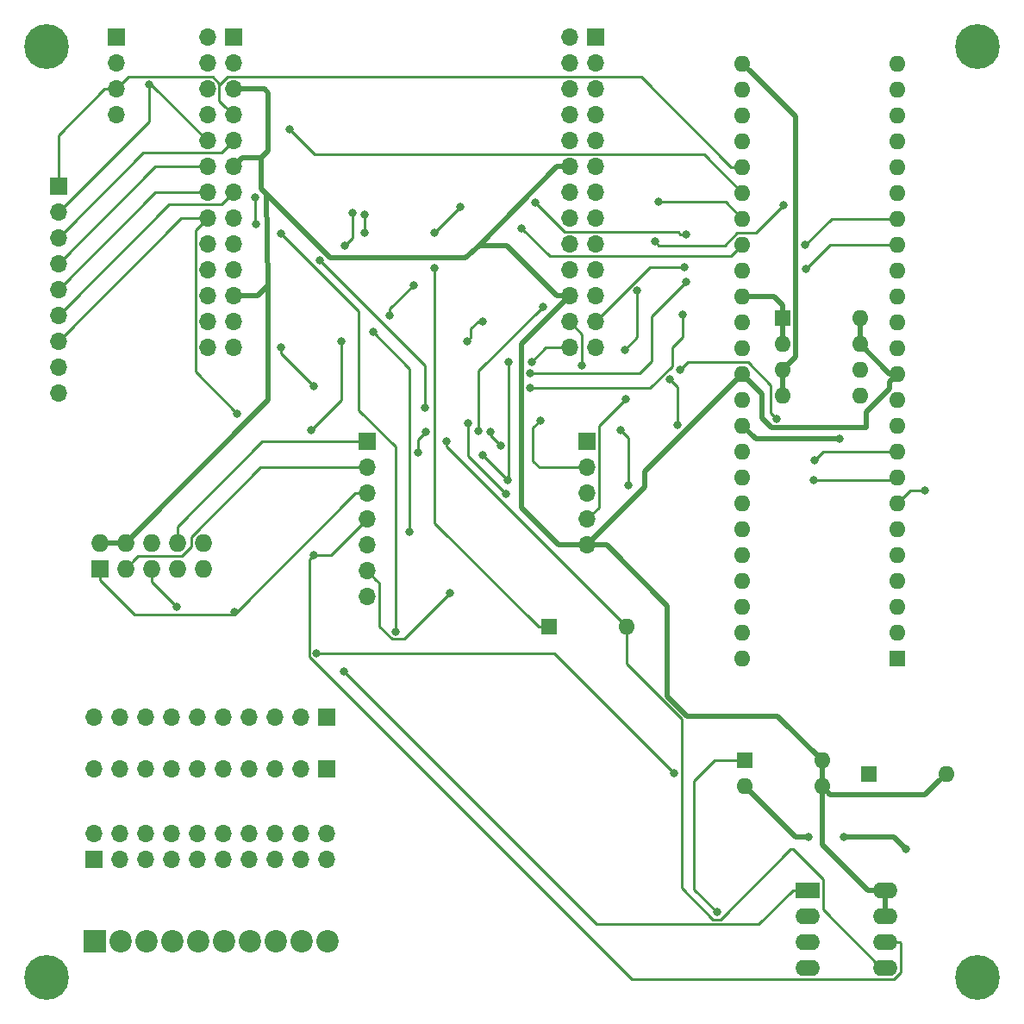
<source format=gbr>
G04 #@! TF.GenerationSoftware,KiCad,Pcbnew,(5.1.5)-3*
G04 #@! TF.CreationDate,2021-05-04T12:01:10+03:00*
G04 #@! TF.ProjectId,NandoBoard,4e616e64-6f42-46f6-9172-642e6b696361,rev?*
G04 #@! TF.SameCoordinates,Original*
G04 #@! TF.FileFunction,Copper,L2,Bot*
G04 #@! TF.FilePolarity,Positive*
%FSLAX46Y46*%
G04 Gerber Fmt 4.6, Leading zero omitted, Abs format (unit mm)*
G04 Created by KiCad (PCBNEW (5.1.5)-3) date 2021-05-04 12:01:10*
%MOMM*%
%LPD*%
G04 APERTURE LIST*
%ADD10R,1.700000X1.700000*%
%ADD11O,1.700000X1.700000*%
%ADD12O,1.600000X1.600000*%
%ADD13R,1.600000X1.600000*%
%ADD14O,1.727200X1.727200*%
%ADD15R,1.727200X1.727200*%
%ADD16O,2.400000X1.600000*%
%ADD17R,2.400000X1.600000*%
%ADD18C,2.200000*%
%ADD19R,2.200000X2.200000*%
%ADD20C,4.400000*%
%ADD21C,0.700000*%
%ADD22C,0.800000*%
%ADD23C,0.250000*%
%ADD24C,0.500000*%
G04 APERTURE END LIST*
D10*
X61000000Y-38725000D03*
D11*
X58460000Y-38725000D03*
X61000000Y-41265000D03*
X58460000Y-41265000D03*
X61000000Y-43805000D03*
X58460000Y-43805000D03*
X61000000Y-46345000D03*
X58460000Y-46345000D03*
X61000000Y-48885000D03*
X58460000Y-48885000D03*
X61000000Y-51425000D03*
X58460000Y-51425000D03*
X61000000Y-53965000D03*
X58460000Y-53965000D03*
X61000000Y-56505000D03*
X58460000Y-56505000D03*
X61000000Y-59045000D03*
X58460000Y-59045000D03*
X61000000Y-61585000D03*
X58460000Y-61585000D03*
X61000000Y-64125000D03*
X58460000Y-64125000D03*
X61000000Y-66665000D03*
X58460000Y-66665000D03*
X61000000Y-69205000D03*
X58460000Y-69205000D03*
D12*
X131020000Y-111050000D03*
D13*
X123400000Y-111050000D03*
D12*
X118845000Y-109750000D03*
X111225000Y-112290000D03*
X118845000Y-112290000D03*
D13*
X111225000Y-109750000D03*
D12*
X99670000Y-96625000D03*
D13*
X92050000Y-96625000D03*
D12*
X122570000Y-66325000D03*
X114950000Y-73945000D03*
X122570000Y-68865000D03*
X114950000Y-71405000D03*
X122570000Y-71405000D03*
X114950000Y-68865000D03*
X122570000Y-73945000D03*
D13*
X114950000Y-66325000D03*
D14*
X58060000Y-88360000D03*
X58060000Y-90900000D03*
X55520000Y-88360000D03*
X55520000Y-90900000D03*
X52980000Y-88360000D03*
X52980000Y-90900000D03*
X50440000Y-88360000D03*
X50440000Y-90900000D03*
X47900000Y-88360000D03*
D15*
X47900000Y-90900000D03*
D11*
X47290000Y-105500000D03*
X49830000Y-105500000D03*
X52370000Y-105500000D03*
X54910000Y-105500000D03*
X57450000Y-105500000D03*
X59990000Y-105500000D03*
X62530000Y-105500000D03*
X65070000Y-105500000D03*
X67610000Y-105500000D03*
D10*
X70150000Y-105500000D03*
D11*
X70200000Y-116960000D03*
X70200000Y-119500000D03*
X67660000Y-116960000D03*
X67660000Y-119500000D03*
X65120000Y-116960000D03*
X65120000Y-119500000D03*
X62580000Y-116960000D03*
X62580000Y-119500000D03*
X60040000Y-116960000D03*
X60040000Y-119500000D03*
X57500000Y-116960000D03*
X57500000Y-119500000D03*
X54960000Y-116960000D03*
X54960000Y-119500000D03*
X52420000Y-116960000D03*
X52420000Y-119500000D03*
X49880000Y-116960000D03*
X49880000Y-119500000D03*
X47340000Y-116960000D03*
D10*
X47340000Y-119500000D03*
D11*
X74175000Y-93690000D03*
X74175000Y-91150000D03*
X74175000Y-88610000D03*
X74175000Y-86070000D03*
X74175000Y-83530000D03*
X74175000Y-80990000D03*
D10*
X74175000Y-78450000D03*
D11*
X47290000Y-110600000D03*
X49830000Y-110600000D03*
X52370000Y-110600000D03*
X54910000Y-110600000D03*
X57450000Y-110600000D03*
X59990000Y-110600000D03*
X62530000Y-110600000D03*
X65070000Y-110600000D03*
X67610000Y-110600000D03*
D10*
X70150000Y-110600000D03*
D16*
X125020000Y-122500000D03*
X117400000Y-130120000D03*
X125020000Y-125040000D03*
X117400000Y-127580000D03*
X125020000Y-127580000D03*
X117400000Y-125040000D03*
X125020000Y-130120000D03*
D17*
X117400000Y-122500000D03*
D11*
X49530000Y-46355000D03*
X49530000Y-43815000D03*
X49530000Y-41275000D03*
D10*
X49530000Y-38735000D03*
D11*
X95775000Y-88610000D03*
X95775000Y-86070000D03*
X95775000Y-83530000D03*
X95775000Y-80990000D03*
D10*
X95775000Y-78450000D03*
D18*
X70260000Y-127500000D03*
X67720000Y-127500000D03*
X65180000Y-127500000D03*
X62640000Y-127500000D03*
X60100000Y-127500000D03*
X57560000Y-127500000D03*
X55020000Y-127500000D03*
X52480000Y-127500000D03*
X49940000Y-127500000D03*
D19*
X47400000Y-127500000D03*
D13*
X126255000Y-99720000D03*
D12*
X111015000Y-41300000D03*
X126255000Y-97180000D03*
X111015000Y-43840000D03*
X126255000Y-94640000D03*
X111015000Y-46380000D03*
X126255000Y-92100000D03*
X111015000Y-48920000D03*
X126255000Y-89560000D03*
X111015000Y-51460000D03*
X126255000Y-87020000D03*
X111015000Y-54000000D03*
X126255000Y-84480000D03*
X111015000Y-56540000D03*
X126255000Y-81940000D03*
X111015000Y-59080000D03*
X126255000Y-79400000D03*
X111015000Y-61620000D03*
X126255000Y-76860000D03*
X111015000Y-64160000D03*
X126255000Y-74320000D03*
X111015000Y-66700000D03*
X126255000Y-71780000D03*
X111015000Y-69240000D03*
X126255000Y-69240000D03*
X111015000Y-71780000D03*
X126255000Y-66700000D03*
X111015000Y-74320000D03*
X126255000Y-64160000D03*
X111015000Y-76860000D03*
X126255000Y-61620000D03*
X111015000Y-79400000D03*
X126255000Y-59080000D03*
X111015000Y-81940000D03*
X126255000Y-56540000D03*
X111015000Y-84480000D03*
X126255000Y-54000000D03*
X111015000Y-87020000D03*
X126255000Y-51460000D03*
X111015000Y-89560000D03*
X126255000Y-48920000D03*
X111015000Y-92100000D03*
X126255000Y-46380000D03*
X111015000Y-94640000D03*
X126255000Y-43840000D03*
X111015000Y-97180000D03*
X126255000Y-41300000D03*
X111015000Y-99720000D03*
D20*
X42690000Y-39650000D03*
D21*
X44340000Y-39650000D03*
X43856726Y-40816726D03*
X42690000Y-41300000D03*
X41523274Y-40816726D03*
X41040000Y-39650000D03*
X41523274Y-38483274D03*
X42690000Y-38000000D03*
X43856726Y-38483274D03*
X135256726Y-40816726D03*
X135740000Y-39650000D03*
X135256726Y-38483274D03*
X134090000Y-38000000D03*
X132923274Y-38483274D03*
X132440000Y-39650000D03*
X132923274Y-40816726D03*
X134090000Y-41300000D03*
D20*
X134090000Y-39650000D03*
D21*
X132923274Y-132216726D03*
X134090000Y-132700000D03*
X135256726Y-132216726D03*
X135740000Y-131050000D03*
X135256726Y-129883274D03*
X134090000Y-129400000D03*
X132923274Y-129883274D03*
X132440000Y-131050000D03*
D20*
X134090000Y-131050000D03*
D21*
X41523274Y-129883274D03*
X41040000Y-131050000D03*
X41523274Y-132216726D03*
X42690000Y-132700000D03*
X43856726Y-132216726D03*
X44340000Y-131050000D03*
X43856726Y-129883274D03*
X42690000Y-129400000D03*
D20*
X42690000Y-131050000D03*
D11*
X94025000Y-69205000D03*
X96565000Y-69205000D03*
X94025000Y-66665000D03*
X96565000Y-66665000D03*
X94025000Y-64125000D03*
X96565000Y-64125000D03*
X94025000Y-61585000D03*
X96565000Y-61585000D03*
X94025000Y-59045000D03*
X96565000Y-59045000D03*
X94025000Y-56505000D03*
X96565000Y-56505000D03*
X94025000Y-53965000D03*
X96565000Y-53965000D03*
X94025000Y-51425000D03*
X96565000Y-51425000D03*
X94025000Y-48885000D03*
X96565000Y-48885000D03*
X94025000Y-46345000D03*
X96565000Y-46345000D03*
X94025000Y-43805000D03*
X96565000Y-43805000D03*
X94025000Y-41265000D03*
X96565000Y-41265000D03*
X94025000Y-38725000D03*
D10*
X96565000Y-38725000D03*
X43815000Y-53340000D03*
D11*
X43815000Y-55880000D03*
X43815000Y-58420000D03*
X43815000Y-60960000D03*
X43815000Y-63500000D03*
X43815000Y-66040000D03*
X43815000Y-68580000D03*
X43815000Y-71120000D03*
X43815000Y-73660000D03*
D22*
X108500000Y-124650000D03*
X127100000Y-118500000D03*
X120950000Y-117300000D03*
X117550000Y-117300000D03*
X55450000Y-94688600D03*
X69200000Y-99200000D03*
X104300000Y-111000000D03*
X117250000Y-61500000D03*
X105450000Y-62750000D03*
X90150000Y-71700000D03*
X105500000Y-58050000D03*
X90650000Y-55000000D03*
X72750000Y-55950000D03*
X72000000Y-59150000D03*
X58460000Y-66665000D03*
X61400000Y-75700000D03*
X84100000Y-76600000D03*
X87800000Y-83550000D03*
X103900000Y-72350000D03*
X104650000Y-76800000D03*
X89350000Y-57500000D03*
X66550000Y-47800000D03*
X52705000Y-43354999D03*
X68891459Y-89608541D03*
X90300000Y-70600000D03*
X88050000Y-70600000D03*
X88000000Y-82200000D03*
X85550000Y-79750000D03*
X73900000Y-57900000D03*
X73900000Y-56150000D03*
X95250000Y-70975000D03*
X91150000Y-76350000D03*
X118050000Y-82250000D03*
X68650000Y-77350000D03*
X71650000Y-68600000D03*
X83950000Y-68565001D03*
X85515000Y-66665000D03*
X82300000Y-93300000D03*
X99550000Y-74250000D03*
X99450000Y-69400000D03*
X100677653Y-63577653D03*
X102400000Y-58750000D03*
X115050000Y-55250000D03*
X128900000Y-83250000D03*
X76950000Y-97100000D03*
X65700000Y-58000000D03*
X63150000Y-54415001D03*
X63200000Y-57100000D03*
X69511306Y-60613388D03*
X79850000Y-75100000D03*
X86300000Y-77500000D03*
X87325000Y-78847805D03*
X99050000Y-77300000D03*
X99850000Y-82700000D03*
X117200000Y-59100000D03*
X105300000Y-61300000D03*
X71900000Y-101000000D03*
X61086400Y-95213600D03*
X79150000Y-79550000D03*
X79900000Y-77500000D03*
X85100000Y-77400000D03*
X91400000Y-65200000D03*
X105150000Y-66000000D03*
X90150000Y-73200000D03*
X68950000Y-73000000D03*
X65700000Y-69200000D03*
X120600000Y-78150000D03*
X104900000Y-71400000D03*
X114400000Y-76200000D03*
X118100000Y-80250000D03*
X102800000Y-54900000D03*
X111015000Y-56540000D03*
X81950000Y-78450000D03*
X78750000Y-63050000D03*
X76400000Y-66050000D03*
X74750000Y-67700000D03*
X78350000Y-87300000D03*
X80800000Y-61400000D03*
X80800000Y-57900000D03*
X83300000Y-55400000D03*
D23*
X111225000Y-109750000D02*
X108300000Y-109750000D01*
X108300000Y-109750000D02*
X106250000Y-111800000D01*
X106250000Y-111800000D02*
X106250000Y-122400000D01*
X106250000Y-122400000D02*
X108500000Y-124650000D01*
D24*
X127100000Y-118500000D02*
X125900000Y-117300000D01*
X125900000Y-117300000D02*
X120950000Y-117300000D01*
X116235000Y-117300000D02*
X111225000Y-112290000D01*
X117550000Y-117300000D02*
X116235000Y-117300000D01*
D23*
X52980000Y-90900000D02*
X52980000Y-92218600D01*
X52980000Y-92218600D02*
X55450000Y-94688600D01*
X69200000Y-99200000D02*
X92500000Y-99200000D01*
X92500000Y-99200000D02*
X104300000Y-111000000D01*
D24*
X63375000Y-64125000D02*
X61000000Y-64125000D01*
X64450000Y-63050000D02*
X63375000Y-64125000D01*
X64450000Y-74350000D02*
X50440000Y-88360000D01*
X64450000Y-63050000D02*
X64450000Y-74350000D01*
X47900000Y-88360000D02*
X50440000Y-88360000D01*
X94025000Y-51425000D02*
X92822919Y-51425000D01*
X83847919Y-60400000D02*
X70500000Y-60400000D01*
X70500000Y-60400000D02*
X64250000Y-54150000D01*
X64250000Y-54150000D02*
X64450000Y-63050000D01*
X87847919Y-59150000D02*
X85200000Y-59150000D01*
X92822919Y-64125000D02*
X87847919Y-59150000D01*
X94025000Y-64125000D02*
X92822919Y-64125000D01*
X85200000Y-59150000D02*
X83847919Y-60400000D01*
X125485000Y-71780000D02*
X122570000Y-68865000D01*
X126255000Y-71780000D02*
X125485000Y-71780000D01*
X122570000Y-68865000D02*
X122570000Y-66325000D01*
X92822919Y-51425000D02*
X85200000Y-59150000D01*
X111015000Y-71780000D02*
X101450000Y-81345000D01*
X101450000Y-82935000D02*
X95775000Y-88610000D01*
X101450000Y-81345000D02*
X101450000Y-82935000D01*
X95775000Y-88610000D02*
X92960000Y-88610000D01*
X92960000Y-88610000D02*
X89300000Y-84950000D01*
X89300000Y-68850000D02*
X94025000Y-64125000D01*
X89300000Y-84950000D02*
X89300000Y-68850000D01*
X97705000Y-88610000D02*
X103650000Y-94555000D01*
X95775000Y-88610000D02*
X97705000Y-88610000D01*
X103650000Y-94555000D02*
X103650000Y-103450000D01*
X103650000Y-103450000D02*
X105600000Y-105400000D01*
X114495000Y-105400000D02*
X118845000Y-109750000D01*
X105600000Y-105400000D02*
X114495000Y-105400000D01*
X118845000Y-109750000D02*
X118845000Y-112290000D01*
X128980001Y-113089999D02*
X130220001Y-111849999D01*
X119644999Y-113089999D02*
X128980001Y-113089999D01*
X130220001Y-111849999D02*
X131020000Y-111050000D01*
X118845000Y-112290000D02*
X119644999Y-113089999D01*
X123320000Y-122500000D02*
X125020000Y-122500000D01*
X118845000Y-118025000D02*
X123320000Y-122500000D01*
X118845000Y-112290000D02*
X118845000Y-118025000D01*
X125020000Y-122500000D02*
X125020000Y-125040000D01*
X64055000Y-43805000D02*
X64450000Y-44200000D01*
X61000000Y-43805000D02*
X64055000Y-43805000D01*
X61849999Y-50575001D02*
X61000000Y-51425000D01*
X63724999Y-50575001D02*
X61849999Y-50575001D01*
X64450000Y-44200000D02*
X64450000Y-49850000D01*
X64450000Y-49850000D02*
X63724999Y-50575001D01*
X63724999Y-53624999D02*
X64250000Y-54150000D01*
X63724999Y-50575001D02*
X63724999Y-53624999D01*
X125455001Y-72579999D02*
X126255000Y-71780000D01*
X125455001Y-73269997D02*
X125455001Y-72579999D01*
X123200000Y-75524998D02*
X125455001Y-73269997D01*
X112950000Y-73715000D02*
X112950000Y-76150000D01*
X112950000Y-76150000D02*
X113850000Y-77050000D01*
X111015000Y-71780000D02*
X112950000Y-73715000D01*
X113850000Y-77050000D02*
X123200000Y-77050000D01*
X123200000Y-77050000D02*
X123200000Y-75524998D01*
D23*
X126255000Y-59080000D02*
X119670000Y-59080000D01*
X119670000Y-59080000D02*
X117250000Y-61500000D01*
X105450000Y-62750000D02*
X102100000Y-66100000D01*
X102100000Y-66100000D02*
X102100000Y-70550000D01*
X102100000Y-70550000D02*
X100950000Y-71700000D01*
X100950000Y-71700000D02*
X90150000Y-71700000D01*
X93519999Y-57869999D02*
X90650000Y-55000000D01*
X104754314Y-57869999D02*
X93519999Y-57869999D01*
X105500000Y-58050000D02*
X104934315Y-58050000D01*
X104934315Y-58050000D02*
X104754314Y-57869999D01*
X72750000Y-55950000D02*
X72750000Y-58400000D01*
X72750000Y-58400000D02*
X72000000Y-59150000D01*
X57284999Y-71584999D02*
X61400000Y-75700000D01*
X58460000Y-56505000D02*
X57284999Y-57680001D01*
X57284999Y-57680001D02*
X57284999Y-71584999D01*
X84100000Y-76600000D02*
X84100000Y-79850000D01*
X84100000Y-79850000D02*
X87800000Y-83550000D01*
X55890000Y-56505000D02*
X43815000Y-68580000D01*
X58460000Y-56505000D02*
X55890000Y-56505000D01*
X103900000Y-72350000D02*
X104650000Y-73100000D01*
X104650000Y-73100000D02*
X104650000Y-76800000D01*
X53350000Y-53965000D02*
X43815000Y-63500000D01*
X58460000Y-53965000D02*
X53350000Y-53965000D01*
X92070001Y-60220001D02*
X89350000Y-57500000D01*
X111015000Y-59080000D02*
X109874999Y-60220001D01*
X109874999Y-60220001D02*
X92070001Y-60220001D01*
X53350000Y-51425000D02*
X43815000Y-60960000D01*
X58460000Y-51425000D02*
X53350000Y-51425000D01*
X68999999Y-50249999D02*
X66550000Y-47800000D01*
X111015000Y-54000000D02*
X107264999Y-50249999D01*
X107264999Y-50249999D02*
X68999999Y-50249999D01*
X58460000Y-48885000D02*
X52929999Y-43354999D01*
X52929999Y-43354999D02*
X52705000Y-43354999D01*
X52705000Y-46990000D02*
X43815000Y-55880000D01*
X52705000Y-43354999D02*
X52705000Y-46990000D01*
X70636459Y-89608541D02*
X74175000Y-86070000D01*
X68891459Y-89608541D02*
X70636459Y-89608541D01*
X68474999Y-90025001D02*
X68491460Y-90008540D01*
X100172008Y-131245010D02*
X68474999Y-99548001D01*
X125885994Y-131245010D02*
X100172008Y-131245010D01*
X68474999Y-99548001D02*
X68474999Y-90025001D01*
X126545010Y-130585994D02*
X125885994Y-131245010D01*
X126545010Y-127655010D02*
X126545010Y-130585994D01*
X126470000Y-127580000D02*
X126545010Y-127655010D01*
X68491460Y-90008540D02*
X68891459Y-89608541D01*
X125020000Y-127580000D02*
X126470000Y-127580000D01*
X94025000Y-69205000D02*
X91695000Y-69205000D01*
X91695000Y-69205000D02*
X90300000Y-70600000D01*
X88050000Y-70600000D02*
X88050000Y-82150000D01*
X88050000Y-82150000D02*
X88000000Y-82200000D01*
X88000000Y-82200000D02*
X85550000Y-79750000D01*
X51628601Y-89711399D02*
X51303599Y-90036401D01*
X55927731Y-89711399D02*
X51628601Y-89711399D01*
X56871399Y-88767731D02*
X55927731Y-89711399D01*
X51303599Y-90036401D02*
X50440000Y-90900000D01*
X56871399Y-87789471D02*
X56871399Y-88767731D01*
X63670870Y-80990000D02*
X56871399Y-87789471D01*
X74175000Y-80990000D02*
X63670870Y-80990000D01*
X73900000Y-57900000D02*
X73900000Y-56150000D01*
X94025000Y-66665000D02*
X95250000Y-67890000D01*
X95250000Y-67890000D02*
X95250000Y-70975000D01*
X91090000Y-80990000D02*
X95775000Y-80990000D01*
X90450000Y-80350000D02*
X91090000Y-80990000D01*
X91150000Y-76350000D02*
X90450000Y-77050000D01*
X90450000Y-77050000D02*
X90450000Y-80350000D01*
X125945000Y-82250000D02*
X126255000Y-81940000D01*
X118050000Y-82250000D02*
X125945000Y-82250000D01*
X68650000Y-77350000D02*
X71650000Y-74350000D01*
X71650000Y-74350000D02*
X71650000Y-68600000D01*
X84349999Y-68165002D02*
X84349999Y-67350001D01*
X83950000Y-68565001D02*
X84349999Y-68165002D01*
X84349999Y-67350001D02*
X85050000Y-66650000D01*
X85050000Y-66650000D02*
X85500000Y-66650000D01*
X85500000Y-66650000D02*
X85515000Y-66665000D01*
X75024999Y-91999999D02*
X74175000Y-91150000D01*
X75350001Y-92325001D02*
X75024999Y-91999999D01*
X75350001Y-96573003D02*
X75350001Y-92325001D01*
X76601999Y-97825001D02*
X75350001Y-96573003D01*
X77774999Y-97825001D02*
X76601999Y-97825001D01*
X82300000Y-93300000D02*
X77774999Y-97825001D01*
X96950001Y-76849999D02*
X99550000Y-74250000D01*
X95775000Y-86070000D02*
X96950001Y-84894999D01*
X96950001Y-84894999D02*
X96950001Y-76849999D01*
X99450000Y-69400000D02*
X100677653Y-68172347D01*
X100677653Y-68172347D02*
X100677653Y-63577653D01*
X102799999Y-59149999D02*
X109279999Y-59149999D01*
X109279999Y-59149999D02*
X110474999Y-57954999D01*
X102400000Y-58750000D02*
X102799999Y-59149999D01*
X110474999Y-57954999D02*
X112345001Y-57954999D01*
X112345001Y-57954999D02*
X115050000Y-55250000D01*
X127485000Y-83250000D02*
X126255000Y-84480000D01*
X128900000Y-83250000D02*
X127485000Y-83250000D01*
D24*
X114950000Y-71405000D02*
X114950000Y-73945000D01*
X111814999Y-42099999D02*
X111015000Y-41300000D01*
X116200001Y-46485001D02*
X111814999Y-42099999D01*
X116200001Y-70154999D02*
X116200001Y-46485001D01*
X114950000Y-71405000D02*
X116200001Y-70154999D01*
D23*
X76950000Y-78939998D02*
X73350000Y-75339998D01*
X76950000Y-97100000D02*
X76950000Y-78939998D01*
X73350000Y-75339998D02*
X73350000Y-65650000D01*
X73350000Y-65650000D02*
X65700000Y-58000000D01*
X63150000Y-54415001D02*
X63150000Y-57050000D01*
X63150000Y-57050000D02*
X63200000Y-57100000D01*
X69511306Y-60613388D02*
X79850000Y-70952082D01*
X79850000Y-70952082D02*
X79850000Y-75100000D01*
X86300000Y-77500000D02*
X86300000Y-77822805D01*
X86300000Y-77822805D02*
X87325000Y-78847805D01*
X99050000Y-77300000D02*
X99850000Y-78100000D01*
X99850000Y-78100000D02*
X99850000Y-82700000D01*
X54714999Y-55140001D02*
X44664999Y-65190001D01*
X59824999Y-55140001D02*
X54714999Y-55140001D01*
X44664999Y-65190001D02*
X43815000Y-66040000D01*
X61000000Y-53965000D02*
X59824999Y-55140001D01*
X47900000Y-92013600D02*
X51300000Y-95413600D01*
X47900000Y-90900000D02*
X47900000Y-92013600D01*
X51300000Y-95413600D02*
X61086400Y-95413600D01*
X72970000Y-83530000D02*
X74175000Y-83530000D01*
X61086400Y-95413600D02*
X72970000Y-83530000D01*
X126255000Y-56540000D02*
X119760000Y-56540000D01*
X119760000Y-56540000D02*
X117200000Y-59100000D01*
X101930000Y-61300000D02*
X96565000Y-66665000D01*
X105300000Y-61300000D02*
X101930000Y-61300000D01*
X112624989Y-125825011D02*
X96725011Y-125825011D01*
X96725011Y-125825011D02*
X71900000Y-101000000D01*
X117400000Y-122500000D02*
X115950000Y-122500000D01*
X115950000Y-122500000D02*
X112624989Y-125825011D01*
X79150000Y-79550000D02*
X79150000Y-78250000D01*
X79150000Y-78250000D02*
X79900000Y-77500000D01*
X85100000Y-77400000D02*
X85100000Y-71500000D01*
X85100000Y-71500000D02*
X91400000Y-65200000D01*
X105150000Y-68136410D02*
X104100000Y-69186410D01*
X105150000Y-66000000D02*
X105150000Y-68136410D01*
X104100000Y-69186410D02*
X104100000Y-71050000D01*
X104100000Y-71050000D02*
X101950000Y-73200000D01*
X101950000Y-73200000D02*
X90150000Y-73200000D01*
X68950000Y-73000000D02*
X65700000Y-69750000D01*
X65700000Y-69750000D02*
X65700000Y-69200000D01*
D24*
X114950000Y-65025000D02*
X114950000Y-66325000D01*
X114085000Y-64160000D02*
X114950000Y-65025000D01*
X111015000Y-64160000D02*
X114085000Y-64160000D01*
X114950000Y-68865000D02*
X114950000Y-66325000D01*
X112305000Y-78150000D02*
X111015000Y-76860000D01*
X120600000Y-78150000D02*
X112305000Y-78150000D01*
D23*
X113813186Y-75613186D02*
X114400000Y-76200000D01*
X105645001Y-70654999D02*
X111555001Y-70654999D01*
X111555001Y-70654999D02*
X113813186Y-72913184D01*
X104900000Y-71400000D02*
X105645001Y-70654999D01*
X113813186Y-72913184D02*
X113813186Y-75613186D01*
X118950000Y-79400000D02*
X126255000Y-79400000D01*
X118100000Y-80250000D02*
X118950000Y-79400000D01*
X102800000Y-54900000D02*
X109375000Y-54900000D01*
X109375000Y-54900000D02*
X111015000Y-56540000D01*
X44664999Y-57570001D02*
X43815000Y-58420000D01*
X52174999Y-50060001D02*
X44664999Y-57570001D01*
X59824999Y-50060001D02*
X52174999Y-50060001D01*
X61000000Y-48885000D02*
X59824999Y-50060001D01*
X60150001Y-45495001D02*
X61000000Y-46345000D01*
X59635001Y-44980001D02*
X60150001Y-45495001D01*
X59635001Y-43430997D02*
X59635001Y-44980001D01*
X60435999Y-42629999D02*
X59635001Y-43430997D01*
X101053629Y-42629999D02*
X60435999Y-42629999D01*
X109883630Y-51460000D02*
X101053629Y-42629999D01*
X111015000Y-51460000D02*
X109883630Y-51460000D01*
X50379999Y-42965001D02*
X49530000Y-43815000D01*
X50715001Y-42629999D02*
X50379999Y-42965001D01*
X59024001Y-42629999D02*
X50715001Y-42629999D01*
X59635001Y-43240999D02*
X59024001Y-42629999D01*
X59635001Y-43430997D02*
X59635001Y-43240999D01*
X43815000Y-52240000D02*
X43815000Y-53340000D01*
X48327919Y-43815000D02*
X43815000Y-48327919D01*
X43815000Y-48327919D02*
X43815000Y-52240000D01*
X49530000Y-43815000D02*
X48327919Y-43815000D01*
X74175000Y-78450000D02*
X63850000Y-78450000D01*
X55520000Y-86780000D02*
X55520000Y-88360000D01*
X63850000Y-78450000D02*
X55520000Y-86780000D01*
X99670000Y-100283186D02*
X99670000Y-97756370D01*
X105025001Y-105638187D02*
X99670000Y-100283186D01*
X108848001Y-125375001D02*
X108151999Y-125375001D01*
X99670000Y-97756370D02*
X99670000Y-96625000D01*
X108151999Y-125375001D02*
X105025001Y-122248003D01*
X115735002Y-118488000D02*
X108848001Y-125375001D01*
X115973002Y-118488000D02*
X115735002Y-118488000D01*
X105025001Y-122248003D02*
X105025001Y-105638187D01*
X118925001Y-121439999D02*
X115973002Y-118488000D01*
X118925001Y-124425001D02*
X118925001Y-121439999D01*
X124620000Y-130120000D02*
X118925001Y-124425001D01*
X125020000Y-130120000D02*
X124620000Y-130120000D01*
X99670000Y-96625000D02*
X81950000Y-78905000D01*
X81950000Y-78905000D02*
X81950000Y-78450000D01*
X78750000Y-63050000D02*
X76400000Y-65400000D01*
X76400000Y-65400000D02*
X76400000Y-66050000D01*
X74750000Y-67700000D02*
X78350000Y-71300000D01*
X78350000Y-71300000D02*
X78350000Y-87300000D01*
X80800000Y-86425000D02*
X80800000Y-61400000D01*
X92050000Y-96625000D02*
X91000000Y-96625000D01*
X91000000Y-96625000D02*
X80800000Y-86425000D01*
X80800000Y-57900000D02*
X83300000Y-55400000D01*
M02*

</source>
